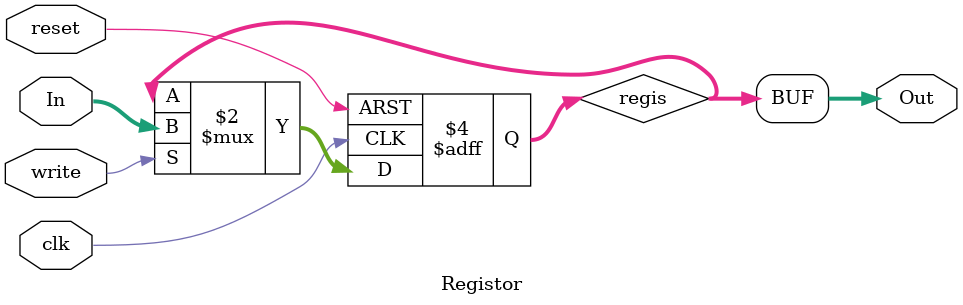
<source format=v>
module Registor #(parameter w=16)(

	input write,
	input reset,
	input clk,
	input [w-1:0] In,
	output [w-1:0] Out

);
//to save the input values in reg
reg [w-1:0] regis;

always @(posedge clk, posedge reset)
begin 
	if (reset)
		regis<=0;
	else if (write)
		regis<=In;

end
assign Out= regis;

endmodule 
</source>
